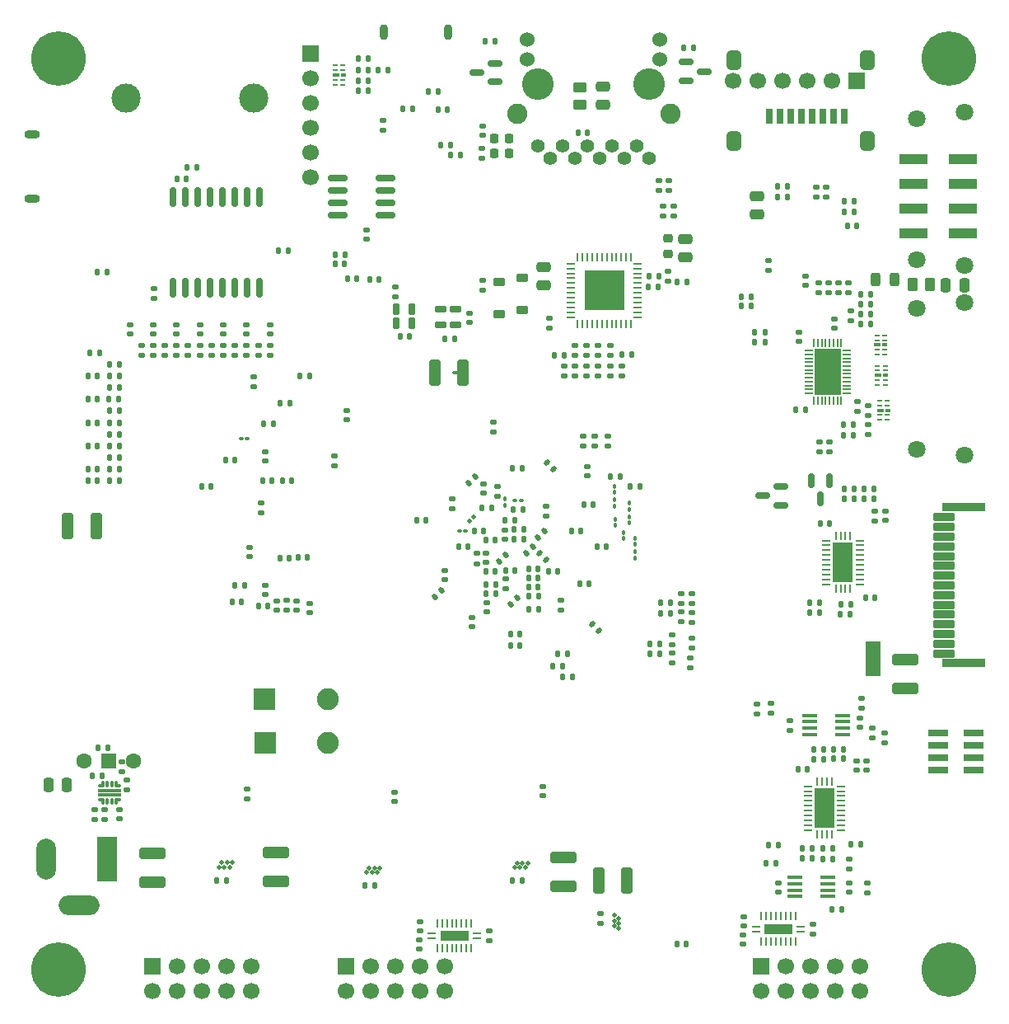
<source format=gbr>
%TF.GenerationSoftware,KiCad,Pcbnew,9.0.4*%
%TF.CreationDate,2025-11-16T17:21:23-06:00*%
%TF.ProjectId,zynq_test,7a796e71-5f74-4657-9374-2e6b69636164,rev?*%
%TF.SameCoordinates,Original*%
%TF.FileFunction,Soldermask,Bot*%
%TF.FilePolarity,Negative*%
%FSLAX46Y46*%
G04 Gerber Fmt 4.6, Leading zero omitted, Abs format (unit mm)*
G04 Created by KiCad (PCBNEW 9.0.4) date 2025-11-16 17:21:23*
%MOMM*%
%LPD*%
G01*
G04 APERTURE LIST*
G04 Aperture macros list*
%AMRoundRect*
0 Rectangle with rounded corners*
0 $1 Rounding radius*
0 $2 $3 $4 $5 $6 $7 $8 $9 X,Y pos of 4 corners*
0 Add a 4 corners polygon primitive as box body*
4,1,4,$2,$3,$4,$5,$6,$7,$8,$9,$2,$3,0*
0 Add four circle primitives for the rounded corners*
1,1,$1+$1,$2,$3*
1,1,$1+$1,$4,$5*
1,1,$1+$1,$6,$7*
1,1,$1+$1,$8,$9*
0 Add four rect primitives between the rounded corners*
20,1,$1+$1,$2,$3,$4,$5,0*
20,1,$1+$1,$4,$5,$6,$7,0*
20,1,$1+$1,$6,$7,$8,$9,0*
20,1,$1+$1,$8,$9,$2,$3,0*%
G04 Aperture macros list end*
%ADD10C,0.499999*%
%ADD11R,1.700000X1.700000*%
%ADD12C,1.700000*%
%ADD13C,3.000000*%
%ADD14C,5.600000*%
%ADD15R,1.500000X1.500000*%
%ADD16C,1.600000*%
%ADD17R,2.250000X2.250000*%
%ADD18C,2.250000*%
%ADD19C,3.251200*%
%ADD20C,1.397000*%
%ADD21C,1.524000*%
%ADD22C,2.082800*%
%ADD23R,2.000000X4.600000*%
%ADD24O,2.000000X4.200000*%
%ADD25O,4.200000X2.000000*%
%ADD26O,1.600000X0.900000*%
%ADD27O,0.900000X1.600000*%
%ADD28C,1.800000*%
%ADD29RoundRect,0.135000X-0.135000X-0.185000X0.135000X-0.185000X0.135000X0.185000X-0.135000X0.185000X0*%
%ADD30RoundRect,0.135000X0.135000X0.185000X-0.135000X0.185000X-0.135000X-0.185000X0.135000X-0.185000X0*%
%ADD31RoundRect,0.100000X-0.100000X0.130000X-0.100000X-0.130000X0.100000X-0.130000X0.100000X0.130000X0*%
%ADD32RoundRect,0.140000X-0.021213X0.219203X-0.219203X0.021213X0.021213X-0.219203X0.219203X-0.021213X0*%
%ADD33RoundRect,0.135000X-0.185000X0.135000X-0.185000X-0.135000X0.185000X-0.135000X0.185000X0.135000X0*%
%ADD34RoundRect,0.135000X0.185000X-0.135000X0.185000X0.135000X-0.185000X0.135000X-0.185000X-0.135000X0*%
%ADD35RoundRect,0.140000X0.140000X0.170000X-0.140000X0.170000X-0.140000X-0.170000X0.140000X-0.170000X0*%
%ADD36RoundRect,0.100000X0.100000X-0.130000X0.100000X0.130000X-0.100000X0.130000X-0.100000X-0.130000X0*%
%ADD37RoundRect,0.140000X0.170000X-0.140000X0.170000X0.140000X-0.170000X0.140000X-0.170000X-0.140000X0*%
%ADD38R,0.812800X0.254000*%
%ADD39R,0.254000X0.812800*%
%ADD40R,2.108200X4.089400*%
%ADD41RoundRect,0.140000X-0.170000X0.140000X-0.170000X-0.140000X0.170000X-0.140000X0.170000X0.140000X0*%
%ADD42RoundRect,0.250000X0.475000X-0.250000X0.475000X0.250000X-0.475000X0.250000X-0.475000X-0.250000X0*%
%ADD43RoundRect,0.140000X-0.140000X-0.170000X0.140000X-0.170000X0.140000X0.170000X-0.140000X0.170000X0*%
%ADD44RoundRect,0.150000X-0.150000X0.587500X-0.150000X-0.587500X0.150000X-0.587500X0.150000X0.587500X0*%
%ADD45R,1.500000X1.000000*%
%ADD46R,0.625000X0.250000*%
%ADD47R,0.700000X0.450000*%
%ADD48R,0.575000X0.450000*%
%ADD49R,0.900000X0.240000*%
%ADD50R,0.240000X0.900000*%
%ADD51R,2.900000X1.000000*%
%ADD52RoundRect,0.250000X-1.100000X0.325000X-1.100000X-0.325000X1.100000X-0.325000X1.100000X0.325000X0*%
%ADD53RoundRect,0.225000X-0.375000X0.225000X-0.375000X-0.225000X0.375000X-0.225000X0.375000X0.225000X0*%
%ADD54RoundRect,0.100000X0.130000X0.100000X-0.130000X0.100000X-0.130000X-0.100000X0.130000X-0.100000X0*%
%ADD55RoundRect,0.105000X-0.495000X0.245000X-0.495000X-0.245000X0.495000X-0.245000X0.495000X0.245000X0*%
%ADD56R,1.600000X0.300000*%
%ADD57RoundRect,0.140000X0.021213X-0.219203X0.219203X-0.021213X-0.021213X0.219203X-0.219203X0.021213X0*%
%ADD58RoundRect,0.250000X0.325000X1.100000X-0.325000X1.100000X-0.325000X-1.100000X0.325000X-1.100000X0*%
%ADD59RoundRect,0.225000X0.250000X-0.225000X0.250000X0.225000X-0.250000X0.225000X-0.250000X-0.225000X0*%
%ADD60RoundRect,0.250000X-0.325000X-1.100000X0.325000X-1.100000X0.325000X1.100000X-0.325000X1.100000X0*%
%ADD61RoundRect,0.250000X-0.262500X-0.450000X0.262500X-0.450000X0.262500X0.450000X-0.262500X0.450000X0*%
%ADD62RoundRect,0.150000X-0.587500X-0.150000X0.587500X-0.150000X0.587500X0.150000X-0.587500X0.150000X0*%
%ADD63RoundRect,0.250000X0.250000X0.475000X-0.250000X0.475000X-0.250000X-0.475000X0.250000X-0.475000X0*%
%ADD64R,3.000000X1.000000*%
%ADD65RoundRect,0.105000X0.245000X0.495000X-0.245000X0.495000X-0.245000X-0.495000X0.245000X-0.495000X0*%
%ADD66RoundRect,0.225000X-0.225000X-0.250000X0.225000X-0.250000X0.225000X0.250000X-0.225000X0.250000X0*%
%ADD67RoundRect,0.150000X-0.150000X0.875000X-0.150000X-0.875000X0.150000X-0.875000X0.150000X0.875000X0*%
%ADD68RoundRect,0.250000X-0.475000X0.250000X-0.475000X-0.250000X0.475000X-0.250000X0.475000X0.250000X0*%
%ADD69RoundRect,0.250000X0.450000X-0.262500X0.450000X0.262500X-0.450000X0.262500X-0.450000X-0.262500X0*%
%ADD70RoundRect,0.100000X-0.021213X-0.162635X0.162635X0.021213X0.021213X0.162635X-0.162635X-0.021213X0*%
%ADD71RoundRect,0.140000X-0.219203X-0.021213X-0.021213X-0.219203X0.219203X0.021213X0.021213X0.219203X0*%
%ADD72RoundRect,0.243750X0.243750X0.456250X-0.243750X0.456250X-0.243750X-0.456250X0.243750X-0.456250X0*%
%ADD73R,2.100000X0.750000*%
%ADD74RoundRect,0.150000X0.825000X0.150000X-0.825000X0.150000X-0.825000X-0.150000X0.825000X-0.150000X0*%
%ADD75RoundRect,0.102000X-1.000000X0.300000X-1.000000X-0.300000X1.000000X-0.300000X1.000000X0.300000X0*%
%ADD76RoundRect,0.102000X-2.100000X0.350000X-2.100000X-0.350000X2.100000X-0.350000X2.100000X0.350000X0*%
%ADD77RoundRect,0.062500X-0.062500X0.375000X-0.062500X-0.375000X0.062500X-0.375000X0.062500X0.375000X0*%
%ADD78RoundRect,0.062500X-0.375000X0.062500X-0.375000X-0.062500X0.375000X-0.062500X0.375000X0.062500X0*%
%ADD79R,4.100000X4.100000*%
%ADD80RoundRect,0.150000X0.587500X0.150000X-0.587500X0.150000X-0.587500X-0.150000X0.587500X-0.150000X0*%
%ADD81RoundRect,0.050000X-0.050000X0.362500X-0.050000X-0.362500X0.050000X-0.362500X0.050000X0.362500X0*%
%ADD82RoundRect,0.050000X-0.362500X0.050000X-0.362500X-0.050000X0.362500X-0.050000X0.362500X0.050000X0*%
%ADD83R,2.700000X4.700000*%
%ADD84RoundRect,0.140000X0.219203X0.021213X0.021213X0.219203X-0.219203X-0.021213X-0.021213X-0.219203X0*%
%ADD85RoundRect,0.025000X-0.100000X0.275000X-0.100000X-0.275000X0.100000X-0.275000X0.100000X0.275000X0*%
%ADD86RoundRect,0.025000X0.275000X0.100000X-0.275000X0.100000X-0.275000X-0.100000X0.275000X-0.100000X0*%
%ADD87RoundRect,0.030000X1.170000X0.120000X-1.170000X0.120000X-1.170000X-0.120000X1.170000X-0.120000X0*%
%ADD88RoundRect,0.025000X-0.275000X-0.100000X0.275000X-0.100000X0.275000X0.100000X-0.275000X0.100000X0*%
%ADD89R,0.800000X1.500000*%
%ADD90RoundRect,0.362500X-0.362500X-0.637500X0.362500X-0.637500X0.362500X0.637500X-0.362500X0.637500X0*%
%ADD91C,0.300000*%
G04 APERTURE END LIST*
%TO.C,JP1501*%
G36*
X166550000Y-101250000D02*
G01*
X165050000Y-101250000D01*
X165050000Y-99650000D01*
X166550000Y-99650000D01*
X166550000Y-101250000D01*
G37*
%TD*%
D10*
%TO.C,U1403*%
X139210001Y-126800000D03*
X139210001Y-127350001D03*
X139210001Y-127900000D03*
X139660000Y-127075001D03*
X139660000Y-127625002D03*
X139660000Y-128175001D03*
%TD*%
D11*
%TO.C,J1302*%
X154280000Y-132060000D03*
D12*
X154280000Y-134600000D03*
X156820000Y-132060000D03*
X156820000Y-134600000D03*
X159360000Y-132060000D03*
X159360000Y-134600000D03*
X161900000Y-132060000D03*
X161900000Y-134600000D03*
X164440000Y-132060000D03*
X164440000Y-134600000D03*
%TD*%
D13*
%TO.C,J1001*%
X102120000Y-42840000D03*
X88980000Y-42840000D03*
%TD*%
D14*
%TO.C,H101*%
X82060000Y-38820000D03*
%TD*%
D11*
%TO.C,J701*%
X107970000Y-38280000D03*
D12*
X107970000Y-40820000D03*
X107970000Y-43360000D03*
X107970000Y-45900000D03*
X107970000Y-48440000D03*
X107970000Y-50980000D03*
%TD*%
D15*
%TO.C,SW1401*%
X87240000Y-110920000D03*
D16*
X84700000Y-110920000D03*
X89780000Y-110920000D03*
%TD*%
D14*
%TO.C,H104*%
X173600000Y-132400000D03*
%TD*%
D17*
%TO.C,SW602*%
X103230000Y-104570000D03*
D18*
X109730000Y-104570000D03*
%TD*%
D10*
%TO.C,U1401*%
X128939999Y-121899999D03*
X129490000Y-121899999D03*
X130039999Y-121899999D03*
X129215000Y-121450000D03*
X129765001Y-121450000D03*
X130315000Y-121450000D03*
%TD*%
%TO.C,U1405*%
X98560000Y-121830000D03*
X99110001Y-121830000D03*
X99660000Y-121830000D03*
X98835001Y-121380001D03*
X99385002Y-121380001D03*
X99935001Y-121380001D03*
%TD*%
D17*
%TO.C,SW601*%
X103290000Y-109050000D03*
D18*
X109790000Y-109050000D03*
%TD*%
D14*
%TO.C,H103*%
X82060000Y-132400000D03*
%TD*%
D11*
%TO.C,J1402*%
X91750000Y-132060000D03*
D12*
X91750000Y-134600000D03*
X94290000Y-132060000D03*
X94290000Y-134600000D03*
X96830000Y-132060000D03*
X96830000Y-134600000D03*
X99370000Y-132060000D03*
X99370000Y-134600000D03*
X101910000Y-132060000D03*
X101910000Y-134600000D03*
%TD*%
D19*
%TO.C,J1101*%
X142778400Y-41392801D03*
X131348400Y-41392801D03*
D20*
X131348400Y-47742801D03*
X132618400Y-49012801D03*
X133888400Y-47742801D03*
X135158400Y-49012801D03*
X136428400Y-47742801D03*
X137698400Y-49012801D03*
X138968400Y-47742801D03*
X140238400Y-49012801D03*
X141508400Y-47742801D03*
X142778400Y-49012801D03*
D21*
X143857900Y-38852801D03*
X143857900Y-36820801D03*
X130268900Y-38852801D03*
X130268900Y-36820801D03*
D22*
X144937400Y-44440801D03*
X129189400Y-44440801D03*
%TD*%
D23*
%TO.C,J1401*%
X87070000Y-120990000D03*
D24*
X80770000Y-120990000D03*
D25*
X84170000Y-125790000D03*
%TD*%
D14*
%TO.C,H102*%
X173600000Y-38820000D03*
%TD*%
D11*
%TO.C,J1303*%
X164130000Y-41100000D03*
D12*
X161590000Y-41100000D03*
X159050000Y-41100000D03*
X156510000Y-41100000D03*
X153970000Y-41100000D03*
X151430000Y-41100000D03*
%TD*%
D26*
%TO.C,J1002*%
X79325000Y-46580000D03*
X79325000Y-53180000D03*
%TD*%
D11*
%TO.C,J1301*%
X111600000Y-132060000D03*
D12*
X111600000Y-134600000D03*
X114140000Y-132060000D03*
X114140000Y-134600000D03*
X116680000Y-132060000D03*
X116680000Y-134600000D03*
X119220000Y-132060000D03*
X119220000Y-134600000D03*
X121760000Y-132060000D03*
X121760000Y-134600000D03*
%TD*%
D27*
%TO.C,J702*%
X122130000Y-36115000D03*
X115530000Y-36115000D03*
%TD*%
D28*
%TO.C,J801*%
X175210000Y-79550000D03*
X170310000Y-78950000D03*
X170310000Y-64450000D03*
X175210000Y-63850000D03*
%TD*%
D10*
%TO.C,U1402*%
X113735001Y-122369999D03*
X114285002Y-122369999D03*
X114835001Y-122369999D03*
X114010002Y-121920000D03*
X114560003Y-121920000D03*
X115110002Y-121920000D03*
%TD*%
D28*
%TO.C,J802*%
X175210000Y-60050000D03*
X170310000Y-59450000D03*
X170310000Y-44950000D03*
X175210000Y-44350000D03*
%TD*%
D29*
%TO.C,R815*%
X155980000Y-53000000D03*
X157000000Y-53000000D03*
%TD*%
D30*
%TO.C,R1418*%
X99370000Y-123230000D03*
X98350000Y-123230000D03*
%TD*%
D31*
%TO.C,R847*%
X141330000Y-88070000D03*
X141330000Y-88710000D03*
%TD*%
D32*
%TO.C,C203*%
X124889411Y-81720589D03*
X124210589Y-82399411D03*
%TD*%
D33*
%TO.C,R423*%
X94200000Y-68290000D03*
X94200000Y-69310000D03*
%TD*%
%TO.C,R417*%
X95400000Y-68290000D03*
X95400000Y-69310000D03*
%TD*%
D34*
%TO.C,R1124*%
X145270000Y-54970000D03*
X145270000Y-53950000D03*
%TD*%
D35*
%TO.C,C526*%
X107630000Y-90040000D03*
X106670000Y-90040000D03*
%TD*%
D30*
%TO.C,R1510*%
X163470000Y-95860000D03*
X162450000Y-95860000D03*
%TD*%
D36*
%TO.C,R844*%
X140760000Y-86510000D03*
X140760000Y-85870000D03*
%TD*%
D37*
%TO.C,C1454*%
X116620000Y-115130000D03*
X116620000Y-114170000D03*
%TD*%
D38*
%TO.C,U1602*%
X162481800Y-113539433D03*
X162481800Y-114039559D03*
X162481800Y-114539685D03*
X162481800Y-115039811D03*
X162481800Y-115539937D03*
X162481800Y-116040063D03*
X162481800Y-116540189D03*
X162481800Y-117040315D03*
X162481800Y-117540441D03*
X162481800Y-118040567D03*
D39*
X161530189Y-118482400D03*
X161030063Y-118482400D03*
X160529937Y-118482400D03*
X160029811Y-118482400D03*
D38*
X159078200Y-118040567D03*
X159078200Y-117540441D03*
X159078200Y-117040315D03*
X159078200Y-116540189D03*
X159078200Y-116040063D03*
X159078200Y-115539937D03*
X159078200Y-115039811D03*
X159078200Y-114539685D03*
X159078200Y-114039559D03*
X159078200Y-113539433D03*
D39*
X160029811Y-113097600D03*
X160529937Y-113097600D03*
X161030063Y-113097600D03*
X161530189Y-113097600D03*
D40*
X160780000Y-115790000D03*
%TD*%
D41*
%TO.C,C206*%
X132150000Y-84800000D03*
X132150000Y-85760000D03*
%TD*%
D42*
%TO.C,C1103*%
X131910000Y-62120000D03*
X131910000Y-60220000D03*
%TD*%
D43*
%TO.C,C306*%
X128530000Y-99130000D03*
X129490000Y-99130000D03*
%TD*%
D37*
%TO.C,C415*%
X94200000Y-67080000D03*
X94200000Y-66120000D03*
%TD*%
D35*
%TO.C,C416*%
X86080000Y-81000000D03*
X85120000Y-81000000D03*
%TD*%
D34*
%TO.C,R1708*%
X145140000Y-100860000D03*
X145140000Y-99840000D03*
%TD*%
D37*
%TO.C,C806*%
X161850000Y-66490000D03*
X161850000Y-65530000D03*
%TD*%
D43*
%TO.C,C321*%
X132430000Y-91450000D03*
X133390000Y-91450000D03*
%TD*%
D33*
%TO.C,R1103*%
X137550000Y-70400000D03*
X137550000Y-71420000D03*
%TD*%
D44*
%TO.C,Q1301*%
X159450000Y-82172500D03*
X161350000Y-82172500D03*
X160400000Y-84047500D03*
%TD*%
D45*
%TO.C,JP1501*%
X165800000Y-101750000D03*
X165800000Y-100450000D03*
X165800000Y-99150000D03*
%TD*%
D34*
%TO.C,R1406*%
X89130000Y-113950000D03*
X89130000Y-112930000D03*
%TD*%
D43*
%TO.C,C1503*%
X165010000Y-94210000D03*
X165970000Y-94210000D03*
%TD*%
D33*
%TO.C,R1519*%
X165690000Y-107520000D03*
X165690000Y-108540000D03*
%TD*%
D43*
%TO.C,C1002*%
X110550000Y-58920000D03*
X111510000Y-58920000D03*
%TD*%
D35*
%TO.C,C404*%
X86280000Y-69000000D03*
X85320000Y-69000000D03*
%TD*%
D46*
%TO.C,U801*%
X166495000Y-75920000D03*
X166495000Y-75420000D03*
D47*
X166532500Y-74920000D03*
D46*
X166495000Y-74420000D03*
X166495000Y-73920000D03*
X167270000Y-73920000D03*
X167270000Y-74420000D03*
D48*
X167295000Y-74920000D03*
D46*
X167270000Y-75420000D03*
X167270000Y-75920000D03*
%TD*%
D43*
%TO.C,C614*%
X128910000Y-87190000D03*
X129870000Y-87190000D03*
%TD*%
D35*
%TO.C,C615*%
X126580000Y-84960000D03*
X125620000Y-84960000D03*
%TD*%
D49*
%TO.C,U1302*%
X153750000Y-127950000D03*
D50*
X154300000Y-126900000D03*
X154800000Y-126900000D03*
X155300000Y-126900000D03*
X155800000Y-126900000D03*
X156300000Y-126900000D03*
X156800000Y-126900000D03*
X157300000Y-126900000D03*
X157800000Y-126900000D03*
D49*
X158350000Y-127950000D03*
X158350000Y-128450000D03*
D50*
X157800000Y-129500000D03*
X157300000Y-129500000D03*
X156800000Y-129500000D03*
X156300000Y-129500000D03*
X155800000Y-129500000D03*
X155300000Y-129500000D03*
X154800000Y-129500000D03*
X154300000Y-129500000D03*
D49*
X153750000Y-128450000D03*
D51*
X156050000Y-128200000D03*
%TD*%
D33*
%TO.C,R424*%
X97800000Y-68290000D03*
X97800000Y-69310000D03*
%TD*%
%TO.C,R1126*%
X144720000Y-60620000D03*
X144720000Y-61640000D03*
%TD*%
D29*
%TO.C,R1611*%
X160670000Y-119920000D03*
X161690000Y-119920000D03*
%TD*%
%TO.C,R427*%
X87290000Y-81000000D03*
X88310000Y-81000000D03*
%TD*%
D37*
%TO.C,C510*%
X104530000Y-95470000D03*
X104530000Y-94510000D03*
%TD*%
D52*
%TO.C,C1429*%
X104400000Y-120325000D03*
X104400000Y-123275000D03*
%TD*%
D29*
%TO.C,R1621*%
X159730000Y-110770000D03*
X160750000Y-110770000D03*
%TD*%
D33*
%TO.C,R413*%
X100200000Y-68290000D03*
X100200000Y-69310000D03*
%TD*%
D43*
%TO.C,C616*%
X126020000Y-88240000D03*
X126980000Y-88240000D03*
%TD*%
%TO.C,C624*%
X123190000Y-88890000D03*
X124150000Y-88890000D03*
%TD*%
D41*
%TO.C,C622*%
X122560000Y-84050000D03*
X122560000Y-85010000D03*
%TD*%
D53*
%TO.C,D1101*%
X129760000Y-61330000D03*
X129760000Y-64630000D03*
%TD*%
D33*
%TO.C,R1104*%
X138750000Y-70400000D03*
X138750000Y-71420000D03*
%TD*%
D34*
%TO.C,R1714*%
X147180000Y-96700000D03*
X147180000Y-95680000D03*
%TD*%
%TO.C,R1111*%
X138750000Y-69320000D03*
X138750000Y-68300000D03*
%TD*%
%TO.C,R1716*%
X147020000Y-101360000D03*
X147020000Y-100340000D03*
%TD*%
D30*
%TO.C,R1619*%
X162610000Y-126220000D03*
X161590000Y-126220000D03*
%TD*%
D41*
%TO.C,C611*%
X126030000Y-89610000D03*
X126030000Y-90570000D03*
%TD*%
D35*
%TO.C,C609*%
X128950000Y-86260000D03*
X127990000Y-86260000D03*
%TD*%
D52*
%TO.C,C1432*%
X133950000Y-120875000D03*
X133950000Y-123825000D03*
%TD*%
D33*
%TO.C,R410*%
X102600000Y-68290000D03*
X102600000Y-69310000D03*
%TD*%
D43*
%TO.C,C506*%
X102630000Y-95070000D03*
X103590000Y-95070000D03*
%TD*%
D33*
%TO.C,R419*%
X103800000Y-68290000D03*
X103800000Y-69310000D03*
%TD*%
D29*
%TO.C,R1614*%
X158550000Y-120920000D03*
X159570000Y-120920000D03*
%TD*%
D35*
%TO.C,C403*%
X86080000Y-73800000D03*
X85120000Y-73800000D03*
%TD*%
D37*
%TO.C,C508*%
X106510000Y-95470000D03*
X106510000Y-94510000D03*
%TD*%
D29*
%TO.C,R425*%
X87290000Y-70200000D03*
X88310000Y-70200000D03*
%TD*%
D54*
%TO.C,R406*%
X101480000Y-77820000D03*
X100840000Y-77820000D03*
%TD*%
D35*
%TO.C,C1005*%
X112710000Y-61450000D03*
X111750000Y-61450000D03*
%TD*%
D37*
%TO.C,C1455*%
X101430000Y-114800000D03*
X101430000Y-113840000D03*
%TD*%
D30*
%TO.C,R819*%
X163760000Y-76410000D03*
X162740000Y-76410000D03*
%TD*%
D33*
%TO.C,R1520*%
X167000000Y-108050000D03*
X167000000Y-109070000D03*
%TD*%
D37*
%TO.C,C411*%
X101400000Y-67080000D03*
X101400000Y-66120000D03*
%TD*%
D30*
%TO.C,R1515*%
X160310000Y-94690000D03*
X159290000Y-94690000D03*
%TD*%
D37*
%TO.C,C204*%
X125740000Y-83450000D03*
X125740000Y-82490000D03*
%TD*%
D41*
%TO.C,C518*%
X107890000Y-94750000D03*
X107890000Y-95710000D03*
%TD*%
D29*
%TO.C,R415*%
X87265000Y-73800000D03*
X88285000Y-73800000D03*
%TD*%
D41*
%TO.C,C1452*%
X85760000Y-115980000D03*
X85760000Y-116940000D03*
%TD*%
%TO.C,C1505*%
X167070000Y-85300000D03*
X167070000Y-86260000D03*
%TD*%
D35*
%TO.C,C509*%
X107860000Y-71410000D03*
X106900000Y-71410000D03*
%TD*%
D37*
%TO.C,C814*%
X163550000Y-65710000D03*
X163550000Y-64750000D03*
%TD*%
D55*
%TO.C,U201*%
X122860000Y-64530000D03*
X122860000Y-66180000D03*
X121360000Y-66180000D03*
X121360000Y-64530000D03*
%TD*%
D29*
%TO.C,R1605*%
X133350000Y-99960000D03*
X134370000Y-99960000D03*
%TD*%
D30*
%TO.C,R703*%
X113870000Y-38830000D03*
X112850000Y-38830000D03*
%TD*%
D29*
%TO.C,R426*%
X87290000Y-72600000D03*
X88310000Y-72600000D03*
%TD*%
D37*
%TO.C,C405*%
X91800000Y-67080000D03*
X91800000Y-66120000D03*
%TD*%
D43*
%TO.C,C811*%
X163170000Y-55960000D03*
X164130000Y-55960000D03*
%TD*%
D37*
%TO.C,C413*%
X103800000Y-67080000D03*
X103800000Y-66120000D03*
%TD*%
D56*
%TO.C,U1501*%
X159270000Y-108207500D03*
X159270000Y-107557500D03*
X159270000Y-106907500D03*
X159270000Y-106257500D03*
X162670000Y-106257500D03*
X162670000Y-106907500D03*
X162670000Y-107557500D03*
X162670000Y-108207500D03*
%TD*%
D43*
%TO.C,C312*%
X128540000Y-97900000D03*
X129500000Y-97900000D03*
%TD*%
D57*
%TO.C,C610*%
X127400589Y-90419411D03*
X128079411Y-89740589D03*
%TD*%
D46*
%TO.C,U802*%
X166255000Y-72350000D03*
X166255000Y-71850000D03*
D47*
X166292500Y-71350000D03*
D46*
X166255000Y-70850000D03*
X166255000Y-70350000D03*
X167030000Y-70350000D03*
X167030000Y-70850000D03*
D48*
X167055000Y-71350000D03*
D46*
X167030000Y-71850000D03*
X167030000Y-72350000D03*
%TD*%
D29*
%TO.C,R832*%
X164510000Y-66050000D03*
X165530000Y-66050000D03*
%TD*%
%TO.C,R1618*%
X161730000Y-110730000D03*
X162750000Y-110730000D03*
%TD*%
D37*
%TO.C,C626*%
X127980000Y-88180000D03*
X127980000Y-87220000D03*
%TD*%
D30*
%TO.C,R1622*%
X160740000Y-109730000D03*
X159720000Y-109730000D03*
%TD*%
D34*
%TO.C,R840*%
X162250000Y-62850000D03*
X162250000Y-61830000D03*
%TD*%
D29*
%TO.C,R829*%
X152240000Y-64250000D03*
X153260000Y-64250000D03*
%TD*%
D43*
%TO.C,C307*%
X136090000Y-84600000D03*
X137050000Y-84600000D03*
%TD*%
D31*
%TO.C,R845*%
X139290000Y-86100000D03*
X139290000Y-86740000D03*
%TD*%
D41*
%TO.C,C620*%
X124600000Y-96200000D03*
X124600000Y-97160000D03*
%TD*%
D52*
%TO.C,C1428*%
X91710000Y-120470000D03*
X91710000Y-123420000D03*
%TD*%
D33*
%TO.C,R422*%
X99000000Y-68290000D03*
X99000000Y-69310000D03*
%TD*%
D46*
%TO.C,U701*%
X110535000Y-41500000D03*
X110535000Y-41000000D03*
D47*
X110572500Y-40500000D03*
D46*
X110535000Y-40000000D03*
X110535000Y-39500000D03*
X111310000Y-39500000D03*
X111310000Y-40000000D03*
D48*
X111335000Y-40500000D03*
D46*
X111310000Y-41000000D03*
X111310000Y-41500000D03*
%TD*%
D54*
%TO.C,R210*%
X129630000Y-84200000D03*
X128990000Y-84200000D03*
%TD*%
D33*
%TO.C,R1701*%
X146070000Y-93790000D03*
X146070000Y-94810000D03*
%TD*%
D58*
%TO.C,C543*%
X85980000Y-86800000D03*
X83030000Y-86800000D03*
%TD*%
D30*
%TO.C,R1401*%
X129730000Y-123200000D03*
X128710000Y-123200000D03*
%TD*%
D33*
%TO.C,R412*%
X90600000Y-68290000D03*
X90600000Y-69310000D03*
%TD*%
D37*
%TO.C,C805*%
X158200000Y-67860000D03*
X158200000Y-66900000D03*
%TD*%
D36*
%TO.C,R848*%
X141340000Y-90110000D03*
X141340000Y-89470000D03*
%TD*%
D30*
%TO.C,R824*%
X163770000Y-77540000D03*
X162750000Y-77540000D03*
%TD*%
D34*
%TO.C,R826*%
X160000000Y-53010000D03*
X160000000Y-51990000D03*
%TD*%
D30*
%TO.C,R706*%
X113900000Y-42120000D03*
X112880000Y-42120000D03*
%TD*%
D33*
%TO.C,R1414*%
X86790000Y-115940000D03*
X86790000Y-116960000D03*
%TD*%
%TO.C,R1512*%
X155300000Y-105050000D03*
X155300000Y-106070000D03*
%TD*%
D31*
%TO.C,R841*%
X139230000Y-82740000D03*
X139230000Y-83380000D03*
%TD*%
D59*
%TO.C,L1102*%
X144730000Y-58845000D03*
X144730000Y-57295000D03*
%TD*%
D30*
%TO.C,R816*%
X157000000Y-51940000D03*
X155980000Y-51940000D03*
%TD*%
%TO.C,R1522*%
X163860000Y-83000000D03*
X162840000Y-83000000D03*
%TD*%
D35*
%TO.C,C319*%
X131390000Y-95340000D03*
X130430000Y-95340000D03*
%TD*%
D41*
%TO.C,C802*%
X158860000Y-61150000D03*
X158860000Y-62110000D03*
%TD*%
D60*
%TO.C,C201*%
X120725000Y-71090000D03*
X123675000Y-71090000D03*
%TD*%
D43*
%TO.C,C305*%
X137420000Y-88940000D03*
X138380000Y-88940000D03*
%TD*%
D34*
%TO.C,R215*%
X126770000Y-77170000D03*
X126770000Y-76150000D03*
%TD*%
D35*
%TO.C,C308*%
X127000000Y-93750000D03*
X126040000Y-93750000D03*
%TD*%
D61*
%TO.C,R806*%
X169837500Y-62050000D03*
X171662500Y-62050000D03*
%TD*%
D37*
%TO.C,C520*%
X105480000Y-95420000D03*
X105480000Y-94460000D03*
%TD*%
D54*
%TO.C,R402*%
X123920000Y-87340000D03*
X123280000Y-87340000D03*
%TD*%
D57*
%TO.C,C630*%
X120741178Y-94138822D03*
X121420000Y-93460000D03*
%TD*%
D41*
%TO.C,C1004*%
X113770000Y-56410000D03*
X113770000Y-57370000D03*
%TD*%
D34*
%TO.C,R1403*%
X137780000Y-127610000D03*
X137780000Y-126590000D03*
%TD*%
D62*
%TO.C,Q1102*%
X146602500Y-41082500D03*
X146602500Y-39182500D03*
X148477500Y-40132500D03*
%TD*%
D29*
%TO.C,R409*%
X87290000Y-78600000D03*
X88310000Y-78600000D03*
%TD*%
D30*
%TO.C,R1617*%
X162750000Y-109740000D03*
X161730000Y-109740000D03*
%TD*%
D37*
%TO.C,C504*%
X102920000Y-85440000D03*
X102920000Y-84480000D03*
%TD*%
%TO.C,C412*%
X99000000Y-67080000D03*
X99000000Y-66120000D03*
%TD*%
D63*
%TO.C,C1414*%
X82950000Y-113370000D03*
X81050000Y-113370000D03*
%TD*%
D33*
%TO.C,R839*%
X163250000Y-61830000D03*
X163250000Y-62850000D03*
%TD*%
D30*
%TO.C,R705*%
X113890000Y-41060000D03*
X112870000Y-41060000D03*
%TD*%
D34*
%TO.C,R1302*%
X159650000Y-128720000D03*
X159650000Y-127700000D03*
%TD*%
D35*
%TO.C,C528*%
X105760000Y-90110000D03*
X104800000Y-90110000D03*
%TD*%
D33*
%TO.C,R1705*%
X145140000Y-97960000D03*
X145140000Y-98980000D03*
%TD*%
%TO.C,R825*%
X161000000Y-51990000D03*
X161000000Y-53010000D03*
%TD*%
D35*
%TO.C,C410*%
X86080000Y-71400000D03*
X85120000Y-71400000D03*
%TD*%
D33*
%TO.C,R408*%
X96600000Y-68290000D03*
X96600000Y-69310000D03*
%TD*%
D35*
%TO.C,C808*%
X158820000Y-74840000D03*
X157860000Y-74840000D03*
%TD*%
%TO.C,C617*%
X119820000Y-86260000D03*
X118860000Y-86260000D03*
%TD*%
D29*
%TO.C,R720*%
X122350000Y-48740000D03*
X123370000Y-48740000D03*
%TD*%
D49*
%TO.C,U1301*%
X120450000Y-128650000D03*
D50*
X121000000Y-127600000D03*
X121500000Y-127600000D03*
X122000000Y-127600000D03*
X122500000Y-127600000D03*
X123000000Y-127600000D03*
X123500000Y-127600000D03*
X124000000Y-127600000D03*
X124500000Y-127600000D03*
D49*
X125050000Y-128650000D03*
X125050000Y-129150000D03*
D50*
X124500000Y-130200000D03*
X124000000Y-130200000D03*
X123500000Y-130200000D03*
X123000000Y-130200000D03*
X122500000Y-130200000D03*
X122000000Y-130200000D03*
X121500000Y-130200000D03*
X121000000Y-130200000D03*
D49*
X120450000Y-129150000D03*
D51*
X122750000Y-128900000D03*
%TD*%
D29*
%TO.C,R411*%
X87290000Y-77400000D03*
X88310000Y-77400000D03*
%TD*%
D30*
%TO.C,R1405*%
X86520000Y-112440000D03*
X85500000Y-112440000D03*
%TD*%
D64*
%TO.C,J803*%
X169960000Y-49170000D03*
X175000000Y-49170000D03*
X169960000Y-51710000D03*
X175000000Y-51710000D03*
X169960000Y-54250000D03*
X175000000Y-54250000D03*
X169960000Y-56790000D03*
X175000000Y-56790000D03*
%TD*%
D29*
%TO.C,R1613*%
X154790000Y-121410000D03*
X155810000Y-121410000D03*
%TD*%
D65*
%TO.C,U1001*%
X118395000Y-66012500D03*
X116745000Y-66012500D03*
X116745000Y-64512500D03*
X118395000Y-64512500D03*
%TD*%
D41*
%TO.C,C1304*%
X152460000Y-128820000D03*
X152460000Y-129780000D03*
%TD*%
D29*
%TO.C,R428*%
X87290000Y-76200000D03*
X88310000Y-76200000D03*
%TD*%
D30*
%TO.C,R1615*%
X159570000Y-119920000D03*
X158550000Y-119920000D03*
%TD*%
D32*
%TO.C,C313*%
X131978822Y-87341178D03*
X131300000Y-88020000D03*
%TD*%
D66*
%TO.C,L701*%
X126865000Y-48570000D03*
X128415000Y-48570000D03*
%TD*%
D43*
%TO.C,C208*%
X128830000Y-85090000D03*
X129790000Y-85090000D03*
%TD*%
D33*
%TO.C,R1513*%
X153840000Y-105070000D03*
X153840000Y-106090000D03*
%TD*%
D34*
%TO.C,R837*%
X160300000Y-79180000D03*
X160300000Y-78160000D03*
%TD*%
%TO.C,R1407*%
X88600000Y-112040000D03*
X88600000Y-111020000D03*
%TD*%
D37*
%TO.C,C402*%
X89400000Y-67080000D03*
X89400000Y-66120000D03*
%TD*%
D34*
%TO.C,R216*%
X138500000Y-78610000D03*
X138500000Y-77590000D03*
%TD*%
D41*
%TO.C,C801*%
X155030000Y-59570000D03*
X155030000Y-60530000D03*
%TD*%
D36*
%TO.C,R846*%
X140130000Y-88110000D03*
X140130000Y-87470000D03*
%TD*%
D33*
%TO.C,R416*%
X101400000Y-68290000D03*
X101400000Y-69310000D03*
%TD*%
D29*
%TO.C,R1114*%
X133040000Y-69310000D03*
X134060000Y-69310000D03*
%TD*%
D67*
%TO.C,U902*%
X93795000Y-53070000D03*
X95065000Y-53070000D03*
X96335000Y-53070000D03*
X97605000Y-53070000D03*
X98875000Y-53070000D03*
X100145000Y-53070000D03*
X101415000Y-53070000D03*
X102685000Y-53070000D03*
X102685000Y-62370000D03*
X101415000Y-62370000D03*
X100145000Y-62370000D03*
X98875000Y-62370000D03*
X97605000Y-62370000D03*
X96335000Y-62370000D03*
X95065000Y-62370000D03*
X93795000Y-62370000D03*
%TD*%
D68*
%TO.C,C812*%
X153880000Y-52920000D03*
X153880000Y-54820000D03*
%TD*%
D29*
%TO.C,R1706*%
X142870000Y-98900000D03*
X143890000Y-98900000D03*
%TD*%
D30*
%TO.C,R704*%
X113890000Y-39960000D03*
X112870000Y-39960000D03*
%TD*%
D29*
%TO.C,R820*%
X153650000Y-66910000D03*
X154670000Y-66910000D03*
%TD*%
D37*
%TO.C,C514*%
X101700000Y-89950000D03*
X101700000Y-88990000D03*
%TD*%
D33*
%TO.C,R811*%
X160200000Y-61840000D03*
X160200000Y-62860000D03*
%TD*%
D30*
%TO.C,R1609*%
X134930000Y-102270000D03*
X133910000Y-102270000D03*
%TD*%
D43*
%TO.C,C1006*%
X114080000Y-61460000D03*
X115040000Y-61460000D03*
%TD*%
D34*
%TO.C,R812*%
X161210000Y-62860000D03*
X161210000Y-61840000D03*
%TD*%
D33*
%TO.C,R1107*%
X135150000Y-70400000D03*
X135150000Y-71420000D03*
%TD*%
D34*
%TO.C,R1301*%
X126360000Y-129430000D03*
X126360000Y-128410000D03*
%TD*%
%TO.C,R802*%
X164190000Y-75060000D03*
X164190000Y-74040000D03*
%TD*%
%TO.C,R803*%
X165300000Y-77420000D03*
X165300000Y-76400000D03*
%TD*%
D29*
%TO.C,R405*%
X100220000Y-92890000D03*
X101240000Y-92890000D03*
%TD*%
D41*
%TO.C,C1302*%
X119160000Y-129320000D03*
X119160000Y-130280000D03*
%TD*%
D42*
%TO.C,C1122*%
X138070000Y-43580000D03*
X138070000Y-41680000D03*
%TD*%
D29*
%TO.C,R1521*%
X162840000Y-84010000D03*
X163860000Y-84010000D03*
%TD*%
D37*
%TO.C,C414*%
X96600000Y-67080000D03*
X96600000Y-66120000D03*
%TD*%
D29*
%TO.C,R701*%
X114900000Y-39990000D03*
X115920000Y-39990000D03*
%TD*%
D33*
%TO.C,R1715*%
X147200000Y-98340000D03*
X147200000Y-99360000D03*
%TD*%
D41*
%TO.C,C516*%
X103330000Y-92870000D03*
X103330000Y-93830000D03*
%TD*%
D32*
%TO.C,C314*%
X129218822Y-94211178D03*
X128540000Y-94890000D03*
%TD*%
D31*
%TO.C,R843*%
X140750000Y-84470000D03*
X140750000Y-85110000D03*
%TD*%
D29*
%TO.C,R1606*%
X132830000Y-101200000D03*
X133850000Y-101200000D03*
%TD*%
D34*
%TO.C,R1108*%
X136350000Y-69320000D03*
X136350000Y-68300000D03*
%TD*%
D30*
%TO.C,R1127*%
X126970000Y-37060000D03*
X125950000Y-37060000D03*
%TD*%
D29*
%TO.C,R1703*%
X143970000Y-95750000D03*
X144990000Y-95750000D03*
%TD*%
D33*
%TO.C,R1115*%
X135150000Y-68300000D03*
X135150000Y-69320000D03*
%TD*%
D34*
%TO.C,R1121*%
X144250000Y-54980000D03*
X144250000Y-53960000D03*
%TD*%
D29*
%TO.C,R1514*%
X159290000Y-95710000D03*
X160310000Y-95710000D03*
%TD*%
D69*
%TO.C,R1125*%
X135640000Y-43562500D03*
X135640000Y-41737500D03*
%TD*%
D41*
%TO.C,C1602*%
X156040000Y-123460000D03*
X156040000Y-124420000D03*
%TD*%
D30*
%TO.C,R822*%
X165520000Y-63040000D03*
X164500000Y-63040000D03*
%TD*%
D29*
%TO.C,R1707*%
X142860000Y-99910000D03*
X143880000Y-99910000D03*
%TD*%
D34*
%TO.C,R1620*%
X165210000Y-124480000D03*
X165210000Y-123460000D03*
%TD*%
D29*
%TO.C,R429*%
X87290000Y-71400000D03*
X88310000Y-71400000D03*
%TD*%
D70*
%TO.C,R401*%
X124273726Y-86306274D03*
X124726274Y-85853726D03*
%TD*%
D43*
%TO.C,C602*%
X126040000Y-92790000D03*
X127000000Y-92790000D03*
%TD*%
D37*
%TO.C,C310*%
X126080000Y-95660000D03*
X126080000Y-94700000D03*
%TD*%
D30*
%TO.C,R1517*%
X165860000Y-84010000D03*
X164840000Y-84010000D03*
%TD*%
D33*
%TO.C,R838*%
X161300000Y-78160000D03*
X161300000Y-79180000D03*
%TD*%
D34*
%TO.C,R1113*%
X132500000Y-66510000D03*
X132500000Y-65490000D03*
%TD*%
D41*
%TO.C,C711*%
X125585000Y-48080000D03*
X125585000Y-49040000D03*
%TD*%
D34*
%TO.C,R205*%
X127160000Y-83800000D03*
X127160000Y-82780000D03*
%TD*%
D29*
%TO.C,R404*%
X103130000Y-76330000D03*
X104150000Y-76330000D03*
%TD*%
D33*
%TO.C,R430*%
X93000000Y-68290000D03*
X93000000Y-69310000D03*
%TD*%
D34*
%TO.C,R212*%
X137200000Y-78610000D03*
X137200000Y-77590000D03*
%TD*%
D35*
%TO.C,C709*%
X118450000Y-44000000D03*
X117490000Y-44000000D03*
%TD*%
D37*
%TO.C,C1507*%
X164470000Y-107500000D03*
X164470000Y-106540000D03*
%TD*%
D41*
%TO.C,C1504*%
X165990000Y-85320000D03*
X165990000Y-86280000D03*
%TD*%
D33*
%TO.C,R1616*%
X163380000Y-121040000D03*
X163380000Y-122060000D03*
%TD*%
D29*
%TO.C,R1702*%
X143970000Y-94710000D03*
X144990000Y-94710000D03*
%TD*%
D53*
%TO.C,D1102*%
X127380000Y-61722500D03*
X127380000Y-65022500D03*
%TD*%
D29*
%TO.C,R1122*%
X146360000Y-37750000D03*
X147380000Y-37750000D03*
%TD*%
D30*
%TO.C,R809*%
X163830000Y-53430000D03*
X162810000Y-53430000D03*
%TD*%
D36*
%TO.C,R842*%
X139230000Y-84780000D03*
X139230000Y-84140000D03*
%TD*%
D71*
%TO.C,C318*%
X136950589Y-96920589D03*
X137629411Y-97599411D03*
%TD*%
D37*
%TO.C,C1303*%
X152510000Y-127890000D03*
X152510000Y-126930000D03*
%TD*%
%TO.C,C317*%
X133720000Y-95410000D03*
X133720000Y-94450000D03*
%TD*%
D72*
%TO.C,F801*%
X167967500Y-61480000D03*
X166092500Y-61480000D03*
%TD*%
D30*
%TO.C,R1123*%
X146680000Y-61780000D03*
X145660000Y-61780000D03*
%TD*%
D29*
%TO.C,R207*%
X86050000Y-60780000D03*
X87070000Y-60780000D03*
%TD*%
D37*
%TO.C,C1456*%
X131840000Y-114500000D03*
X131840000Y-113540000D03*
%TD*%
D34*
%TO.C,R1002*%
X116720000Y-63270000D03*
X116720000Y-62250000D03*
%TD*%
D43*
%TO.C,C1003*%
X110520000Y-59930000D03*
X111480000Y-59930000D03*
%TD*%
%TO.C,C710*%
X121070000Y-44040000D03*
X122030000Y-44040000D03*
%TD*%
D35*
%TO.C,C618*%
X131370000Y-91210000D03*
X130410000Y-91210000D03*
%TD*%
D41*
%TO.C,C501*%
X111690000Y-74930000D03*
X111690000Y-75890000D03*
%TD*%
D52*
%TO.C,C1506*%
X169120000Y-100545000D03*
X169120000Y-103495000D03*
%TD*%
D30*
%TO.C,R1610*%
X161670000Y-120980000D03*
X160650000Y-120980000D03*
%TD*%
D32*
%TO.C,C625*%
X130859411Y-88960589D03*
X130180589Y-89639411D03*
%TD*%
D35*
%TO.C,C1121*%
X136410000Y-46420000D03*
X135450000Y-46420000D03*
%TD*%
D37*
%TO.C,C1604*%
X165140000Y-111870000D03*
X165140000Y-110910000D03*
%TD*%
D29*
%TO.C,R418*%
X87290000Y-79800000D03*
X88310000Y-79800000D03*
%TD*%
%TO.C,R901*%
X95240000Y-50020000D03*
X96260000Y-50020000D03*
%TD*%
D38*
%TO.C,U1502*%
X164411611Y-88301833D03*
X164411611Y-88801959D03*
X164411611Y-89302085D03*
X164411611Y-89802211D03*
X164411611Y-90302337D03*
X164411611Y-90802463D03*
X164411611Y-91302589D03*
X164411611Y-91802715D03*
X164411611Y-92302841D03*
X164411611Y-92802967D03*
D39*
X163460000Y-93244800D03*
X162959874Y-93244800D03*
X162459748Y-93244800D03*
X161959622Y-93244800D03*
D38*
X161008011Y-92802967D03*
X161008011Y-92302841D03*
X161008011Y-91802715D03*
X161008011Y-91302589D03*
X161008011Y-90802463D03*
X161008011Y-90302337D03*
X161008011Y-89802211D03*
X161008011Y-89302085D03*
X161008011Y-88801959D03*
X161008011Y-88301833D03*
D39*
X161959622Y-87860000D03*
X162459748Y-87860000D03*
X162959874Y-87860000D03*
X163460000Y-87860000D03*
D40*
X162709811Y-90552400D03*
%TD*%
D29*
%TO.C,R717*%
X120070000Y-42190000D03*
X121090000Y-42190000D03*
%TD*%
D33*
%TO.C,R1105*%
X139950000Y-70400000D03*
X139950000Y-71420000D03*
%TD*%
%TO.C,R414*%
X91800000Y-68290000D03*
X91800000Y-69310000D03*
%TD*%
D46*
%TO.C,U804*%
X166220000Y-69230000D03*
X166220000Y-68730000D03*
D47*
X166257500Y-68230000D03*
D46*
X166220000Y-67730000D03*
X166220000Y-67230000D03*
X166995000Y-67230000D03*
X166995000Y-67730000D03*
D48*
X167020000Y-68230000D03*
D46*
X166995000Y-68730000D03*
X166995000Y-69230000D03*
%TD*%
D29*
%TO.C,R719*%
X121330000Y-47720000D03*
X122350000Y-47720000D03*
%TD*%
D37*
%TO.C,C1301*%
X119200000Y-128380000D03*
X119200000Y-127420000D03*
%TD*%
D29*
%TO.C,R213*%
X140850000Y-82770000D03*
X141870000Y-82770000D03*
%TD*%
%TO.C,R201*%
X121760000Y-67580000D03*
X122780000Y-67580000D03*
%TD*%
D34*
%TO.C,R209*%
X91850000Y-63410000D03*
X91850000Y-62390000D03*
%TD*%
D43*
%TO.C,C535*%
X103040000Y-82150000D03*
X104000000Y-82150000D03*
%TD*%
D73*
%TO.C,J1201*%
X172530000Y-108045000D03*
X176130000Y-108045000D03*
X172530000Y-109315000D03*
X176130000Y-109315000D03*
X172530000Y-110585000D03*
X176130000Y-110585000D03*
X172530000Y-111855000D03*
X176130000Y-111855000D03*
%TD*%
D63*
%TO.C,C815*%
X175170000Y-62060000D03*
X173270000Y-62060000D03*
%TD*%
D30*
%TO.C,R821*%
X154670000Y-67960000D03*
X153650000Y-67960000D03*
%TD*%
D35*
%TO.C,C511*%
X97750000Y-82740000D03*
X96790000Y-82740000D03*
%TD*%
%TO.C,C903*%
X95200000Y-51190000D03*
X94240000Y-51190000D03*
%TD*%
D34*
%TO.C,R1129*%
X143760000Y-52370000D03*
X143760000Y-51350000D03*
%TD*%
D37*
%TO.C,C530*%
X102140000Y-72490000D03*
X102140000Y-71530000D03*
%TD*%
D29*
%TO.C,R420*%
X87290000Y-82200000D03*
X88310000Y-82200000D03*
%TD*%
%TO.C,R1612*%
X155020000Y-119560000D03*
X156040000Y-119560000D03*
%TD*%
D33*
%TO.C,R1106*%
X134070000Y-70400000D03*
X134070000Y-71420000D03*
%TD*%
D29*
%TO.C,R823*%
X164500000Y-64040000D03*
X165520000Y-64040000D03*
%TD*%
D35*
%TO.C,C628*%
X131370000Y-93050000D03*
X130410000Y-93050000D03*
%TD*%
D30*
%TO.C,R1119*%
X143740000Y-62250000D03*
X142720000Y-62250000D03*
%TD*%
D29*
%TO.C,R1511*%
X162460000Y-94840000D03*
X163480000Y-94840000D03*
%TD*%
D34*
%TO.C,R801*%
X165290000Y-75450000D03*
X165290000Y-74430000D03*
%TD*%
D35*
%TO.C,C1001*%
X118160000Y-67370000D03*
X117200000Y-67370000D03*
%TD*%
D30*
%TO.C,R1120*%
X143770000Y-61200000D03*
X142750000Y-61200000D03*
%TD*%
D43*
%TO.C,C1453*%
X145660000Y-129740000D03*
X146620000Y-129740000D03*
%TD*%
D37*
%TO.C,C613*%
X128070000Y-93220000D03*
X128070000Y-92260000D03*
%TD*%
D74*
%TO.C,U704*%
X115715000Y-51045000D03*
X115715000Y-52315000D03*
X115715000Y-53585000D03*
X115715000Y-54855000D03*
X110765000Y-54855000D03*
X110765000Y-53585000D03*
X110765000Y-52315000D03*
X110765000Y-51045000D03*
%TD*%
D30*
%TO.C,R1112*%
X140960000Y-69210000D03*
X139940000Y-69210000D03*
%TD*%
D33*
%TO.C,R1713*%
X147210000Y-93790000D03*
X147210000Y-94810000D03*
%TD*%
D43*
%TO.C,C621*%
X130410000Y-92130000D03*
X131370000Y-92130000D03*
%TD*%
D30*
%TO.C,R1404*%
X87110000Y-109610000D03*
X86090000Y-109610000D03*
%TD*%
D43*
%TO.C,C631*%
X130430000Y-94000000D03*
X131390000Y-94000000D03*
%TD*%
D41*
%TO.C,C513*%
X103280000Y-79190000D03*
X103280000Y-80150000D03*
%TD*%
D37*
%TO.C,C1605*%
X164140000Y-111890000D03*
X164140000Y-110930000D03*
%TD*%
D75*
%TO.C,J1501*%
X173040000Y-85910000D03*
X173040000Y-86910000D03*
X173040000Y-87910000D03*
X173040000Y-88910000D03*
X173040000Y-89910000D03*
X173040000Y-90910000D03*
X173040000Y-91910000D03*
X173040000Y-92910000D03*
X173040000Y-93910000D03*
X173040000Y-94910000D03*
X173040000Y-95910000D03*
X173040000Y-96910000D03*
X173040000Y-97910000D03*
X173040000Y-98910000D03*
X173040000Y-99910000D03*
D76*
X175140000Y-84910000D03*
X175140000Y-100910000D03*
%TD*%
D35*
%TO.C,C1501*%
X161320000Y-86520000D03*
X160360000Y-86520000D03*
%TD*%
D56*
%TO.C,U1601*%
X157740000Y-124855000D03*
X157740000Y-124205000D03*
X157740000Y-123555000D03*
X157740000Y-122905000D03*
X161140000Y-122905000D03*
X161140000Y-123555000D03*
X161140000Y-124205000D03*
X161140000Y-124855000D03*
%TD*%
D43*
%TO.C,C1603*%
X163530000Y-119470000D03*
X164490000Y-119470000D03*
%TD*%
D41*
%TO.C,C701*%
X115390000Y-45180000D03*
X115390000Y-46140000D03*
%TD*%
D34*
%TO.C,R603*%
X125050000Y-90670000D03*
X125050000Y-89650000D03*
%TD*%
D35*
%TO.C,C408*%
X86080000Y-78600000D03*
X85120000Y-78600000D03*
%TD*%
%TO.C,C407*%
X86080000Y-76200000D03*
X85120000Y-76200000D03*
%TD*%
D77*
%TO.C,U1102*%
X135420000Y-59182500D03*
X135920000Y-59182500D03*
X136420000Y-59182500D03*
X136920000Y-59182500D03*
X137420000Y-59182500D03*
X137920000Y-59182500D03*
X138420000Y-59182500D03*
X138920000Y-59182500D03*
X139420000Y-59182500D03*
X139920000Y-59182500D03*
X140420000Y-59182500D03*
X140920000Y-59182500D03*
D78*
X141607500Y-59870000D03*
X141607500Y-60370000D03*
X141607500Y-60870000D03*
X141607500Y-61370000D03*
X141607500Y-61870000D03*
X141607500Y-62370000D03*
X141607500Y-62870000D03*
X141607500Y-63370000D03*
X141607500Y-63870000D03*
X141607500Y-64370000D03*
X141607500Y-64870000D03*
X141607500Y-65370000D03*
D77*
X140920000Y-66057500D03*
X140420000Y-66057500D03*
X139920000Y-66057500D03*
X139420000Y-66057500D03*
X138920000Y-66057500D03*
X138420000Y-66057500D03*
X137920000Y-66057500D03*
X137420000Y-66057500D03*
X136920000Y-66057500D03*
X136420000Y-66057500D03*
X135920000Y-66057500D03*
X135420000Y-66057500D03*
D78*
X134732500Y-65370000D03*
X134732500Y-64870000D03*
X134732500Y-64370000D03*
X134732500Y-63870000D03*
X134732500Y-63370000D03*
X134732500Y-62870000D03*
X134732500Y-62370000D03*
X134732500Y-61870000D03*
X134732500Y-61370000D03*
X134732500Y-60870000D03*
X134732500Y-60370000D03*
X134732500Y-59870000D03*
D79*
X138170000Y-62620000D03*
%TD*%
D33*
%TO.C,R1516*%
X164600000Y-104470000D03*
X164600000Y-105490000D03*
%TD*%
D80*
%TO.C,Q1302*%
X156347500Y-82767500D03*
X156347500Y-84667500D03*
X154472500Y-83717500D03*
%TD*%
D35*
%TO.C,C409*%
X86080000Y-82200000D03*
X85120000Y-82200000D03*
%TD*%
D43*
%TO.C,C524*%
X99940000Y-94600000D03*
X100900000Y-94600000D03*
%TD*%
D34*
%TO.C,R1704*%
X146060000Y-96670000D03*
X146060000Y-95650000D03*
%TD*%
D30*
%TO.C,R830*%
X153260000Y-63250000D03*
X152240000Y-63250000D03*
%TD*%
D71*
%TO.C,C623*%
X131540589Y-89630589D03*
X132219411Y-90309411D03*
%TD*%
D37*
%TO.C,C309*%
X136450000Y-81690000D03*
X136450000Y-80730000D03*
%TD*%
D35*
%TO.C,C629*%
X129870000Y-88130000D03*
X128910000Y-88130000D03*
%TD*%
D81*
%TO.C,U806*%
X159727500Y-68027500D03*
X160127500Y-68027500D03*
X160527500Y-68027500D03*
X160927500Y-68027500D03*
X161327500Y-68027500D03*
X161727500Y-68027500D03*
X162127500Y-68027500D03*
X162527500Y-68027500D03*
D82*
X163090000Y-68790000D03*
X163090000Y-69190000D03*
X163090000Y-69590000D03*
X163090000Y-69990000D03*
X163090000Y-70390000D03*
X163090000Y-70790000D03*
X163090000Y-71190000D03*
X163090000Y-71590000D03*
X163090000Y-71990000D03*
X163090000Y-72390000D03*
X163090000Y-72790000D03*
X163090000Y-73190000D03*
D81*
X162527500Y-73952500D03*
X162127500Y-73952500D03*
X161727500Y-73952500D03*
X161327500Y-73952500D03*
X160927500Y-73952500D03*
X160527500Y-73952500D03*
X160127500Y-73952500D03*
X159727500Y-73952500D03*
D82*
X159165000Y-73190000D03*
X159165000Y-72790000D03*
X159165000Y-72390000D03*
X159165000Y-71990000D03*
X159165000Y-71590000D03*
X159165000Y-71190000D03*
X159165000Y-70790000D03*
X159165000Y-70390000D03*
X159165000Y-69990000D03*
X159165000Y-69590000D03*
X159165000Y-69190000D03*
X159165000Y-68790000D03*
D83*
X161127500Y-70990000D03*
%TD*%
D29*
%TO.C,R1518*%
X164840000Y-83000000D03*
X165860000Y-83000000D03*
%TD*%
D30*
%TO.C,R831*%
X165530000Y-65050000D03*
X164510000Y-65050000D03*
%TD*%
D43*
%TO.C,C311*%
X134790000Y-87300000D03*
X135750000Y-87300000D03*
%TD*%
D58*
%TO.C,C1433*%
X140525000Y-123250000D03*
X137575000Y-123250000D03*
%TD*%
D35*
%TO.C,C505*%
X105830000Y-74200000D03*
X104870000Y-74200000D03*
%TD*%
D84*
%TO.C,C207*%
X132969411Y-80999411D03*
X132290589Y-80320589D03*
%TD*%
D30*
%TO.C,R602*%
X129720000Y-80900000D03*
X128700000Y-80900000D03*
%TD*%
D43*
%TO.C,C401*%
X124830000Y-87300000D03*
X125790000Y-87300000D03*
%TD*%
%TO.C,C608*%
X128020000Y-91370000D03*
X128980000Y-91370000D03*
%TD*%
D33*
%TO.C,R1101*%
X125680000Y-61570000D03*
X125680000Y-62590000D03*
%TD*%
D37*
%TO.C,C1607*%
X163310000Y-124410000D03*
X163310000Y-123450000D03*
%TD*%
D35*
%TO.C,C521*%
X106050000Y-82150000D03*
X105090000Y-82150000D03*
%TD*%
D41*
%TO.C,C533*%
X110430000Y-79650000D03*
X110430000Y-80610000D03*
%TD*%
D85*
%TO.C,U1404*%
X86605000Y-113305000D03*
D86*
X86430000Y-113480000D03*
D85*
X87080000Y-113305000D03*
X87530000Y-113305000D03*
X88005000Y-113305000D03*
D86*
X88180000Y-113480000D03*
D87*
X87305000Y-113955000D03*
X87305000Y-114455000D03*
D88*
X88180000Y-114930000D03*
D85*
X88005000Y-115105000D03*
X87530000Y-115105000D03*
X87080000Y-115105000D03*
D88*
X86430000Y-114930000D03*
D85*
X86605000Y-115105000D03*
%TD*%
D89*
%TO.C,J901*%
X155155000Y-44700000D03*
X156255000Y-44700000D03*
X157355000Y-44700000D03*
X158455000Y-44700000D03*
X159555000Y-44700000D03*
X160655000Y-44700000D03*
X161755000Y-44700000D03*
X162855000Y-44700000D03*
D90*
X151485000Y-39000000D03*
X151485000Y-47300000D03*
X165235000Y-39000000D03*
X165235000Y-47300000D03*
%TD*%
D41*
%TO.C,C1502*%
X157290000Y-106830000D03*
X157290000Y-107790000D03*
%TD*%
D37*
%TO.C,C712*%
X125635000Y-46700000D03*
X125635000Y-45740000D03*
%TD*%
D42*
%TO.C,C1118*%
X146470000Y-59210000D03*
X146470000Y-57310000D03*
%TD*%
D41*
%TO.C,C1422*%
X88320000Y-115910000D03*
X88320000Y-116870000D03*
%TD*%
D29*
%TO.C,R810*%
X162810000Y-54520000D03*
X163830000Y-54520000D03*
%TD*%
%TO.C,R902*%
X104630000Y-58520000D03*
X105650000Y-58520000D03*
%TD*%
%TO.C,R214*%
X138790000Y-81700000D03*
X139810000Y-81700000D03*
%TD*%
D33*
%TO.C,R1128*%
X144820000Y-51330000D03*
X144820000Y-52350000D03*
%TD*%
%TO.C,R1102*%
X136350000Y-70400000D03*
X136350000Y-71420000D03*
%TD*%
D35*
%TO.C,C1601*%
X159060000Y-111770000D03*
X158100000Y-111770000D03*
%TD*%
D34*
%TO.C,R217*%
X136000000Y-78600000D03*
X136000000Y-77580000D03*
%TD*%
D43*
%TO.C,C320*%
X135630000Y-92780000D03*
X136590000Y-92780000D03*
%TD*%
D30*
%TO.C,R1402*%
X114570000Y-123700000D03*
X113550000Y-123700000D03*
%TD*%
D41*
%TO.C,C627*%
X121780000Y-91350000D03*
X121780000Y-92310000D03*
%TD*%
D34*
%TO.C,R1109*%
X137550000Y-69320000D03*
X137550000Y-68300000D03*
%TD*%
D66*
%TO.C,L702*%
X126855000Y-47020000D03*
X128405000Y-47020000D03*
%TD*%
D80*
%TO.C,Q1103*%
X126967500Y-39287500D03*
X126967500Y-41187500D03*
X125092500Y-40237500D03*
%TD*%
D29*
%TO.C,R421*%
X87290000Y-75000000D03*
X88310000Y-75000000D03*
%TD*%
D43*
%TO.C,C606*%
X126010000Y-91480000D03*
X126970000Y-91480000D03*
%TD*%
D36*
%TO.C,R211*%
X127980000Y-84700000D03*
X127980000Y-84060000D03*
%TD*%
D35*
%TO.C,C523*%
X100200000Y-80070000D03*
X99240000Y-80070000D03*
%TD*%
D41*
%TO.C,C202*%
X124310000Y-64940000D03*
X124310000Y-65900000D03*
%TD*%
D91*
X123675000Y-71090000D02*
X122740000Y-71090000D01*
M02*

</source>
